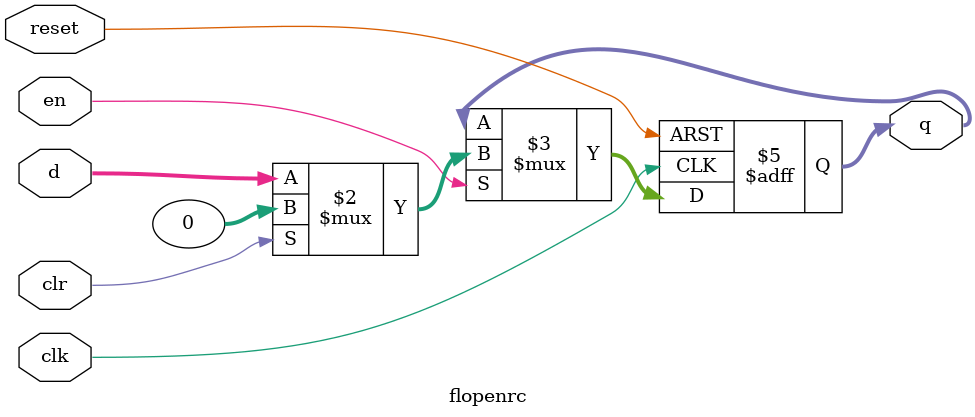
<source format=v>
module flopenrc #(parameter W=32)(
    input clk, input reset, input en, input clr,
    input  [W-1:0] d,
    output reg [W-1:0] q
);

    always @(posedge clk or posedge reset)
        if (reset) q <= {W{1'b0}};
        else if (en) 
            q <= clr ? {W{1'b0}} : d;
endmodule
</source>
